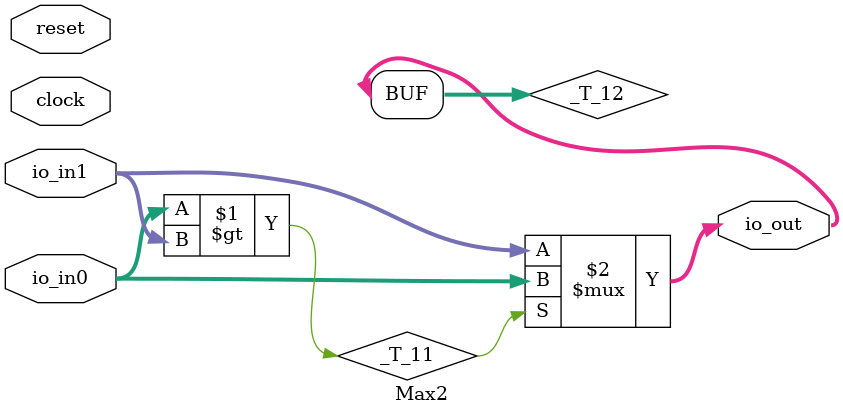
<source format=v>
module Max2(
  input        clock,
  input        reset,
  input  [7:0] io_in0,
  input  [7:0] io_in1,
  output [7:0] io_out
);
  wire  _T_11; // @[max2.scala 11:24]
  wire [7:0] _T_12; // @[max2.scala 11:16]
  assign _T_11 = io_in0 > io_in1; // @[max2.scala 11:24]
  assign _T_12 = _T_11 ? io_in0 : io_in1; // @[max2.scala 11:16]
  assign io_out = _T_12;
endmodule

</source>
